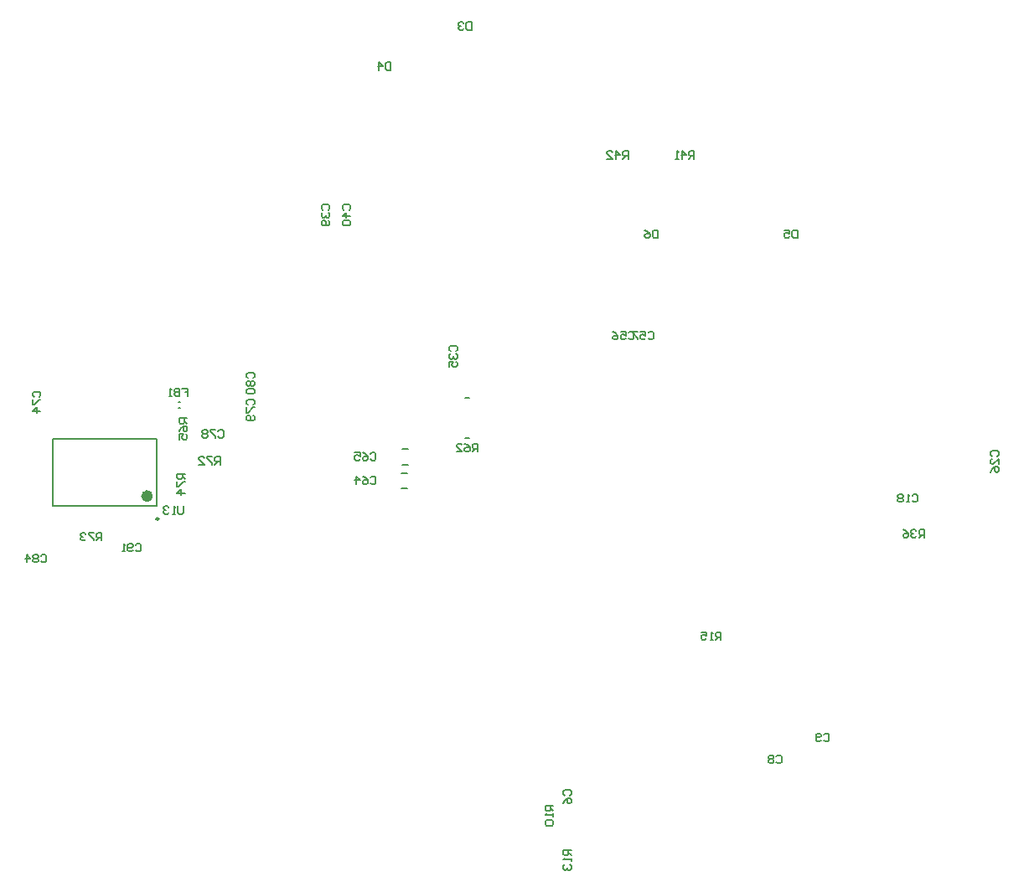
<source format=gbo>
G04*
G04 #@! TF.GenerationSoftware,Altium Limited,Altium Designer,20.0.11 (256)*
G04*
G04 Layer_Color=32896*
%FSLAX25Y25*%
%MOIN*%
G70*
G01*
G75*
%ADD10C,0.02362*%
%ADD11C,0.00984*%
%ADD13C,0.00787*%
%ADD18C,0.00600*%
%ADD19C,0.00591*%
D10*
X36811Y75984D02*
G03*
X36811Y75984I-1181J0D01*
G01*
D11*
X40236Y66929D02*
G03*
X40236Y66929I-492J0D01*
G01*
D13*
X-1772Y72047D02*
X39567D01*
X-1772Y98819D02*
X39567D01*
Y72047D02*
Y98819D01*
X-1772Y72047D02*
Y98819D01*
X48031Y113386D02*
X48819D01*
X48031Y111024D02*
X48819D01*
X137008Y88386D02*
X139370D01*
X137008Y94685D02*
X139370D01*
X136713Y78937D02*
X139075D01*
X136713Y85236D02*
X139075D01*
D18*
X162224Y115173D02*
X163974D01*
X162224Y99173D02*
X163974D01*
D19*
X49999Y72047D02*
Y69423D01*
X49474Y68898D01*
X48424D01*
X47900Y69423D01*
Y72047D01*
X46850Y68898D02*
X45801D01*
X46325D01*
Y72047D01*
X46850Y71522D01*
X44226D02*
X43701Y72047D01*
X42652D01*
X42127Y71522D01*
Y70997D01*
X42652Y70473D01*
X43177D01*
X42652D01*
X42127Y69948D01*
Y69423D01*
X42652Y68898D01*
X43701D01*
X44226Y69423D01*
X50787Y84907D02*
X47638D01*
Y83333D01*
X48163Y82808D01*
X49213D01*
X49737Y83333D01*
Y84907D01*
Y83857D02*
X50787Y82808D01*
X47638Y81758D02*
Y79659D01*
X48163D01*
X50262Y81758D01*
X50787D01*
Y77035D02*
X47638D01*
X49213Y78610D01*
Y76511D01*
X17584Y58268D02*
Y61417D01*
X16010D01*
X15485Y60892D01*
Y59842D01*
X16010Y59318D01*
X17584D01*
X16534D02*
X15485Y58268D01*
X14435Y61417D02*
X12336D01*
Y60892D01*
X14435Y58793D01*
Y58268D01*
X11287Y60892D02*
X10762Y61417D01*
X9713D01*
X9188Y60892D01*
Y60367D01*
X9713Y59842D01*
X10237D01*
X9713D01*
X9188Y59318D01*
Y58793D01*
X9713Y58268D01*
X10762D01*
X11287Y58793D01*
X64705Y88583D02*
Y91732D01*
X63131D01*
X62606Y91207D01*
Y90158D01*
X63131Y89633D01*
X64705D01*
X63656D02*
X62606Y88583D01*
X61557Y91732D02*
X59458D01*
Y91207D01*
X61557Y89108D01*
Y88583D01*
X56309D02*
X58408D01*
X56309Y90682D01*
Y91207D01*
X56834Y91732D01*
X57883D01*
X58408Y91207D01*
X31102Y56561D02*
X31627Y57086D01*
X32676D01*
X33201Y56561D01*
Y54462D01*
X32676Y53938D01*
X31627D01*
X31102Y54462D01*
X30052D02*
X29528Y53938D01*
X28478D01*
X27953Y54462D01*
Y56561D01*
X28478Y57086D01*
X29528D01*
X30052Y56561D01*
Y56037D01*
X29528Y55512D01*
X27953D01*
X26904Y53938D02*
X25854D01*
X26379D01*
Y57086D01*
X26904Y56561D01*
X51574Y106954D02*
X48426D01*
Y105380D01*
X48950Y104855D01*
X50000D01*
X50525Y105380D01*
Y106954D01*
Y105904D02*
X51574Y104855D01*
X48426Y101706D02*
X48950Y102756D01*
X50000Y103805D01*
X51050D01*
X51574Y103281D01*
Y102231D01*
X51050Y101706D01*
X50525D01*
X50000Y102231D01*
Y103805D01*
X48426Y98558D02*
Y100657D01*
X50000D01*
X49475Y99607D01*
Y99083D01*
X50000Y98558D01*
X51050D01*
X51574Y99083D01*
Y100132D01*
X51050Y100657D01*
X167190Y93701D02*
Y96850D01*
X165616D01*
X165091Y96325D01*
Y95276D01*
X165616Y94751D01*
X167190D01*
X166141D02*
X165091Y93701D01*
X161943Y96850D02*
X162992Y96325D01*
X164042Y95276D01*
Y94226D01*
X163517Y93701D01*
X162467D01*
X161943Y94226D01*
Y94751D01*
X162467Y95276D01*
X164042D01*
X158794Y93701D02*
X160893D01*
X158794Y95800D01*
Y96325D01*
X159319Y96850D01*
X160368D01*
X160893Y96325D01*
X227033Y210237D02*
Y213385D01*
X225459D01*
X224934Y212861D01*
Y211811D01*
X225459Y211286D01*
X227033D01*
X225983D02*
X224934Y210237D01*
X222310D02*
Y213385D01*
X223884Y211811D01*
X221785D01*
X218636Y210237D02*
X220736D01*
X218636Y212336D01*
Y212861D01*
X219161Y213385D01*
X220211D01*
X220736Y212861D01*
X253280Y210237D02*
Y213385D01*
X251705D01*
X251181Y212861D01*
Y211811D01*
X251705Y211286D01*
X253280D01*
X252230D02*
X251181Y210237D01*
X248557D02*
Y213385D01*
X250131Y211811D01*
X248032D01*
X246983Y210237D02*
X245933D01*
X246458D01*
Y213385D01*
X246983Y212861D01*
X344749Y59449D02*
Y62598D01*
X343175D01*
X342650Y62073D01*
Y61024D01*
X343175Y60499D01*
X344749D01*
X343700D02*
X342650Y59449D01*
X341601Y62073D02*
X341076Y62598D01*
X340026D01*
X339502Y62073D01*
Y61548D01*
X340026Y61024D01*
X340551D01*
X340026D01*
X339502Y60499D01*
Y59974D01*
X340026Y59449D01*
X341076D01*
X341601Y59974D01*
X336353Y62598D02*
X337403Y62073D01*
X338452Y61024D01*
Y59974D01*
X337927Y59449D01*
X336878D01*
X336353Y59974D01*
Y60499D01*
X336878Y61024D01*
X338452D01*
X263928Y18740D02*
Y21889D01*
X262353D01*
X261828Y21364D01*
Y20314D01*
X262353Y19790D01*
X263928D01*
X262878D02*
X261828Y18740D01*
X260779D02*
X259729D01*
X260254D01*
Y21889D01*
X260779Y21364D01*
X256056Y21889D02*
X258155D01*
Y20314D01*
X257106Y20839D01*
X256581D01*
X256056Y20314D01*
Y19265D01*
X256581Y18740D01*
X257630D01*
X258155Y19265D01*
X204330Y-64962D02*
X201182D01*
Y-66536D01*
X201706Y-67061D01*
X202756D01*
X203281Y-66536D01*
Y-64962D01*
Y-66011D02*
X204330Y-67061D01*
Y-68111D02*
Y-69160D01*
Y-68635D01*
X201182D01*
X201706Y-68111D01*
Y-70734D02*
X201182Y-71259D01*
Y-72309D01*
X201706Y-72833D01*
X202231D01*
X202756Y-72309D01*
Y-71784D01*
Y-72309D01*
X203281Y-72833D01*
X203805D01*
X204330Y-72309D01*
Y-71259D01*
X203805Y-70734D01*
X197244Y-47245D02*
X194095D01*
Y-48820D01*
X194620Y-49344D01*
X195669D01*
X196194Y-48820D01*
Y-47245D01*
Y-48295D02*
X197244Y-49344D01*
Y-50394D02*
Y-51443D01*
Y-50919D01*
X194095D01*
X194620Y-50394D01*
Y-53018D02*
X194095Y-53543D01*
Y-54592D01*
X194620Y-55117D01*
X196719D01*
X197244Y-54592D01*
Y-53543D01*
X196719Y-53018D01*
X194620D01*
X49606Y118897D02*
X51705D01*
Y117323D01*
X50655D01*
X51705D01*
Y115749D01*
X48556Y118897D02*
Y115749D01*
X46982D01*
X46457Y116273D01*
Y116798D01*
X46982Y117323D01*
X48556D01*
X46982D01*
X46457Y117848D01*
Y118372D01*
X46982Y118897D01*
X48556D01*
X45408Y115749D02*
X44358D01*
X44883D01*
Y118897D01*
X45408Y118372D01*
X238844Y181889D02*
Y178741D01*
X237270D01*
X236745Y179265D01*
Y181365D01*
X237270Y181889D01*
X238844D01*
X233597D02*
X234646Y181365D01*
X235696Y180315D01*
Y179265D01*
X235171Y178741D01*
X234121D01*
X233597Y179265D01*
Y179790D01*
X234121Y180315D01*
X235696D01*
X294356Y181889D02*
Y178741D01*
X292782D01*
X292257Y179265D01*
Y181365D01*
X292782Y181889D01*
X294356D01*
X289108D02*
X291208D01*
Y180315D01*
X290158Y180840D01*
X289633D01*
X289108Y180315D01*
Y179265D01*
X289633Y178741D01*
X290683D01*
X291208Y179265D01*
X132627Y248689D02*
Y245540D01*
X131053D01*
X130528Y246065D01*
Y248164D01*
X131053Y248689D01*
X132627D01*
X127905Y245540D02*
Y248689D01*
X129479Y247114D01*
X127380D01*
X164727Y264589D02*
Y261440D01*
X163153D01*
X162628Y261965D01*
Y264064D01*
X163153Y264589D01*
X164727D01*
X161579Y264064D02*
X161054Y264589D01*
X160005D01*
X159480Y264064D01*
Y263539D01*
X160005Y263015D01*
X160529D01*
X160005D01*
X159480Y262490D01*
Y261965D01*
X160005Y261440D01*
X161054D01*
X161579Y261965D01*
X-6562Y52231D02*
X-6038Y52755D01*
X-4988D01*
X-4463Y52231D01*
Y50132D01*
X-4988Y49607D01*
X-6038D01*
X-6562Y50132D01*
X-7612Y52231D02*
X-8137Y52755D01*
X-9186D01*
X-9711Y52231D01*
Y51706D01*
X-9186Y51181D01*
X-9711Y50656D01*
Y50132D01*
X-9186Y49607D01*
X-8137D01*
X-7612Y50132D01*
Y50656D01*
X-8137Y51181D01*
X-7612Y51706D01*
Y52231D01*
X-8137Y51181D02*
X-9186D01*
X-12335Y49607D02*
Y52755D01*
X-10761Y51181D01*
X-12859D01*
X75722Y122965D02*
X75197Y123490D01*
Y124539D01*
X75722Y125064D01*
X77821D01*
X78346Y124539D01*
Y123490D01*
X77821Y122965D01*
X75722Y121916D02*
X75197Y121391D01*
Y120341D01*
X75722Y119817D01*
X76247D01*
X76772Y120341D01*
X77296Y119817D01*
X77821D01*
X78346Y120341D01*
Y121391D01*
X77821Y121916D01*
X77296D01*
X76772Y121391D01*
X76247Y121916D01*
X75722D01*
X76772Y121391D02*
Y120341D01*
X75722Y118767D02*
X75197Y118242D01*
Y117193D01*
X75722Y116668D01*
X77821D01*
X78346Y117193D01*
Y118242D01*
X77821Y118767D01*
X75722D01*
Y112335D02*
X75197Y112860D01*
Y113910D01*
X75722Y114434D01*
X77821D01*
X78346Y113910D01*
Y112860D01*
X77821Y112335D01*
X75197Y111286D02*
Y109187D01*
X75722D01*
X77821Y111286D01*
X78346D01*
X77821Y108137D02*
X78346Y107612D01*
Y106563D01*
X77821Y106038D01*
X75722D01*
X75197Y106563D01*
Y107612D01*
X75722Y108137D01*
X76247D01*
X76772Y107612D01*
Y106038D01*
X63910Y101837D02*
X64435Y102362D01*
X65484D01*
X66009Y101837D01*
Y99738D01*
X65484Y99213D01*
X64435D01*
X63910Y99738D01*
X62861Y102362D02*
X60761D01*
Y101837D01*
X62861Y99738D01*
Y99213D01*
X59712Y101837D02*
X59187Y102362D01*
X58138D01*
X57613Y101837D01*
Y101312D01*
X58138Y100787D01*
X57613Y100263D01*
Y99738D01*
X58138Y99213D01*
X59187D01*
X59712Y99738D01*
Y100263D01*
X59187Y100787D01*
X59712Y101312D01*
Y101837D01*
X59187Y100787D02*
X58138D01*
X-9317Y115485D02*
X-9842Y116010D01*
Y117059D01*
X-9317Y117584D01*
X-7218D01*
X-6693Y117059D01*
Y116010D01*
X-7218Y115485D01*
X-9842Y114435D02*
Y112336D01*
X-9317D01*
X-7218Y114435D01*
X-6693D01*
Y109713D02*
X-9842D01*
X-8268Y111287D01*
Y109188D01*
X124540Y92782D02*
X125065Y93307D01*
X126114D01*
X126639Y92782D01*
Y90683D01*
X126114Y90158D01*
X125065D01*
X124540Y90683D01*
X121391Y93307D02*
X122441Y92782D01*
X123491Y91732D01*
Y90683D01*
X122966Y90158D01*
X121916D01*
X121391Y90683D01*
Y91207D01*
X121916Y91732D01*
X123491D01*
X118243Y93307D02*
X120342D01*
Y91732D01*
X119292Y92257D01*
X118768D01*
X118243Y91732D01*
Y90683D01*
X118768Y90158D01*
X119817D01*
X120342Y90683D01*
X124540Y83333D02*
X125065Y83858D01*
X126114D01*
X126639Y83333D01*
Y81234D01*
X126114Y80709D01*
X125065D01*
X124540Y81234D01*
X121391Y83858D02*
X122441Y83333D01*
X123491Y82284D01*
Y81234D01*
X122966Y80709D01*
X121916D01*
X121391Y81234D01*
Y81759D01*
X121916Y82284D01*
X123491D01*
X118768Y80709D02*
Y83858D01*
X120342Y82284D01*
X118243D01*
X235029Y140964D02*
X235553Y141489D01*
X236603D01*
X237128Y140964D01*
Y138865D01*
X236603Y138340D01*
X235553D01*
X235029Y138865D01*
X231880Y141489D02*
X233979D01*
Y139915D01*
X232929Y140439D01*
X232405D01*
X231880Y139915D01*
Y138865D01*
X232405Y138340D01*
X233454D01*
X233979Y138865D01*
X230830Y141489D02*
X228731D01*
Y140964D01*
X230830Y138865D01*
Y138340D01*
X227129Y140964D02*
X227653Y141489D01*
X228703D01*
X229228Y140964D01*
Y138865D01*
X228703Y138340D01*
X227653D01*
X227129Y138865D01*
X223980Y141489D02*
X226079D01*
Y139915D01*
X225029Y140439D01*
X224505D01*
X223980Y139915D01*
Y138865D01*
X224505Y138340D01*
X225554D01*
X226079Y138865D01*
X220831Y141489D02*
X221881Y140964D01*
X222930Y139915D01*
Y138865D01*
X222406Y138340D01*
X221356D01*
X220831Y138865D01*
Y139390D01*
X221356Y139915D01*
X222930D01*
X113911Y189894D02*
X113386Y190419D01*
Y191469D01*
X113911Y191993D01*
X116010D01*
X116535Y191469D01*
Y190419D01*
X116010Y189894D01*
X116535Y187270D02*
X113386D01*
X114961Y188845D01*
Y186746D01*
X113911Y185696D02*
X113386Y185171D01*
Y184122D01*
X113911Y183597D01*
X116010D01*
X116535Y184122D01*
Y185171D01*
X116010Y185696D01*
X113911D01*
X105643Y189894D02*
X105119Y190419D01*
Y191469D01*
X105643Y191993D01*
X107742D01*
X108267Y191469D01*
Y190419D01*
X107742Y189894D01*
X105643Y188845D02*
X105119Y188320D01*
Y187270D01*
X105643Y186746D01*
X106168D01*
X106693Y187270D01*
Y187795D01*
Y187270D01*
X107218Y186746D01*
X107742D01*
X108267Y187270D01*
Y188320D01*
X107742Y188845D01*
Y185696D02*
X108267Y185171D01*
Y184122D01*
X107742Y183597D01*
X105643D01*
X105119Y184122D01*
Y185171D01*
X105643Y185696D01*
X106168D01*
X106693Y185171D01*
Y183597D01*
X156431Y133694D02*
X155906Y134218D01*
Y135268D01*
X156431Y135793D01*
X158530D01*
X159055Y135268D01*
Y134218D01*
X158530Y133694D01*
X156431Y132644D02*
X155906Y132119D01*
Y131070D01*
X156431Y130545D01*
X156956D01*
X157480Y131070D01*
Y131595D01*
Y131070D01*
X158005Y130545D01*
X158530D01*
X159055Y131070D01*
Y132119D01*
X158530Y132644D01*
X155906Y127397D02*
Y129496D01*
X157480D01*
X156956Y128446D01*
Y127921D01*
X157480Y127397D01*
X158530D01*
X159055Y127921D01*
Y128971D01*
X158530Y129496D01*
X371785Y91863D02*
X371260Y92388D01*
Y93437D01*
X371785Y93962D01*
X373884D01*
X374409Y93437D01*
Y92388D01*
X373884Y91863D01*
X374409Y88714D02*
Y90813D01*
X372310Y88714D01*
X371785D01*
X371260Y89239D01*
Y90289D01*
X371785Y90813D01*
X371260Y85566D02*
X371785Y86615D01*
X372835Y87665D01*
X373884D01*
X374409Y87140D01*
Y86090D01*
X373884Y85566D01*
X373359D01*
X372835Y86090D01*
Y87665D01*
X340026Y76246D02*
X340550Y76771D01*
X341600D01*
X342125Y76246D01*
Y74147D01*
X341600Y73623D01*
X340550D01*
X340026Y74147D01*
X338976Y73623D02*
X337927D01*
X338451D01*
Y76771D01*
X338976Y76246D01*
X336352D02*
X335827Y76771D01*
X334778D01*
X334253Y76246D01*
Y75722D01*
X334778Y75197D01*
X334253Y74672D01*
Y74147D01*
X334778Y73623D01*
X335827D01*
X336352Y74147D01*
Y74672D01*
X335827Y75197D01*
X336352Y75722D01*
Y76246D01*
X335827Y75197D02*
X334778D01*
X304855Y-19029D02*
X305380Y-18504D01*
X306430D01*
X306955Y-19029D01*
Y-21128D01*
X306430Y-21653D01*
X305380D01*
X304855Y-21128D01*
X303806D02*
X303281Y-21653D01*
X302232D01*
X301707Y-21128D01*
Y-19029D01*
X302232Y-18504D01*
X303281D01*
X303806Y-19029D01*
Y-19554D01*
X303281Y-20079D01*
X301707D01*
X285958Y-27691D02*
X286483Y-27166D01*
X287532D01*
X288057Y-27691D01*
Y-29790D01*
X287532Y-30314D01*
X286483D01*
X285958Y-29790D01*
X284908Y-27691D02*
X284384Y-27166D01*
X283334D01*
X282809Y-27691D01*
Y-28215D01*
X283334Y-28740D01*
X282809Y-29265D01*
Y-29790D01*
X283334Y-30314D01*
X284384D01*
X284908Y-29790D01*
Y-29265D01*
X284384Y-28740D01*
X284908Y-28215D01*
Y-27691D01*
X284384Y-28740D02*
X283334D01*
X201706Y-43176D02*
X201182Y-42651D01*
Y-41602D01*
X201706Y-41077D01*
X203805D01*
X204330Y-41602D01*
Y-42651D01*
X203805Y-43176D01*
X201182Y-46325D02*
X201706Y-45275D01*
X202756Y-44226D01*
X203805D01*
X204330Y-44750D01*
Y-45800D01*
X203805Y-46325D01*
X203281D01*
X202756Y-45800D01*
Y-44226D01*
M02*

</source>
